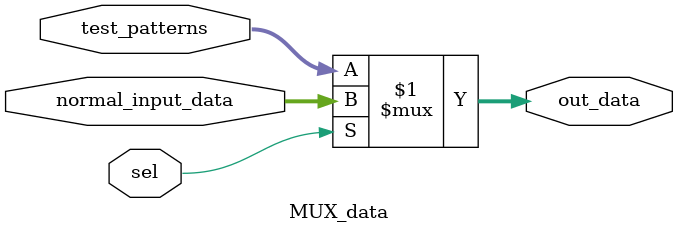
<source format=v>
module MUX_data(
    normal_input_data,
    test_patterns,
    sel,
    out_data
);

input [1:0] normal_input_data;
input [1:0] test_patterns;
input sel;
output [1:0] out_data;

assign out_data = (sel)? normal_input_data:test_patterns;

endmodule

</source>
